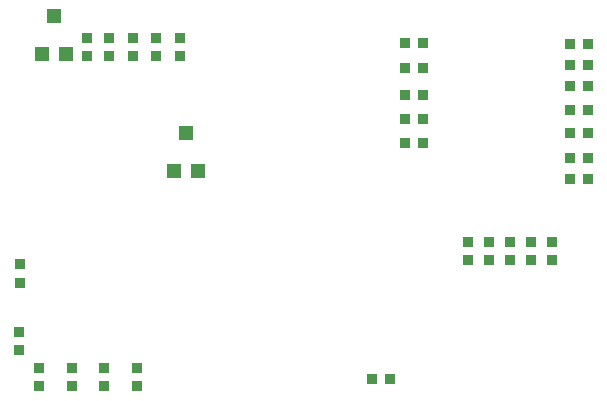
<source format=gtp>
G04*
G04 #@! TF.GenerationSoftware,Altium Limited,Altium Designer,18.1.6 (161)*
G04*
G04 Layer_Color=8421504*
%FSLAX25Y25*%
%MOIN*%
G70*
G01*
G75*
%ADD16R,0.04724X0.04724*%
%ADD17R,0.03347X0.03347*%
%ADD18R,0.03347X0.03347*%
D16*
X60000Y-45602D02*
D03*
X63937Y-58398D02*
D03*
X56063D02*
D03*
X16000Y-6602D02*
D03*
X19937Y-19398D02*
D03*
X12063D02*
D03*
D17*
X154000Y-81949D02*
D03*
Y-88051D02*
D03*
X161000Y-81898D02*
D03*
Y-88000D02*
D03*
X168000Y-81949D02*
D03*
Y-88051D02*
D03*
X175000Y-88000D02*
D03*
Y-81898D02*
D03*
X182000Y-88000D02*
D03*
Y-81898D02*
D03*
X22000Y-123949D02*
D03*
Y-130051D02*
D03*
X32800Y-130003D02*
D03*
Y-123900D02*
D03*
X43800D02*
D03*
Y-130003D02*
D03*
X4700Y-89400D02*
D03*
Y-95502D02*
D03*
X11000Y-123949D02*
D03*
Y-130051D02*
D03*
X4500Y-111749D02*
D03*
Y-117851D02*
D03*
X50000Y-20051D02*
D03*
Y-13949D02*
D03*
X34500Y-19949D02*
D03*
Y-13847D02*
D03*
X27000Y-20000D02*
D03*
Y-13898D02*
D03*
X42500Y-13847D02*
D03*
Y-19949D02*
D03*
X58000Y-20051D02*
D03*
Y-13949D02*
D03*
D18*
X194051Y-45602D02*
D03*
X187949D02*
D03*
Y-38000D02*
D03*
X194051D02*
D03*
X187949Y-16000D02*
D03*
X194051D02*
D03*
Y-30000D02*
D03*
X187949D02*
D03*
X194051Y-23000D02*
D03*
X187949D02*
D03*
Y-53902D02*
D03*
X194051D02*
D03*
X187949Y-61000D02*
D03*
X194051D02*
D03*
X132949Y-15600D02*
D03*
X139051D02*
D03*
X139000Y-24000D02*
D03*
X132898D02*
D03*
X139000Y-33000D02*
D03*
X132898D02*
D03*
Y-41000D02*
D03*
X139000D02*
D03*
X132898Y-49000D02*
D03*
X139000D02*
D03*
X128051Y-127500D02*
D03*
X121949D02*
D03*
M02*

</source>
